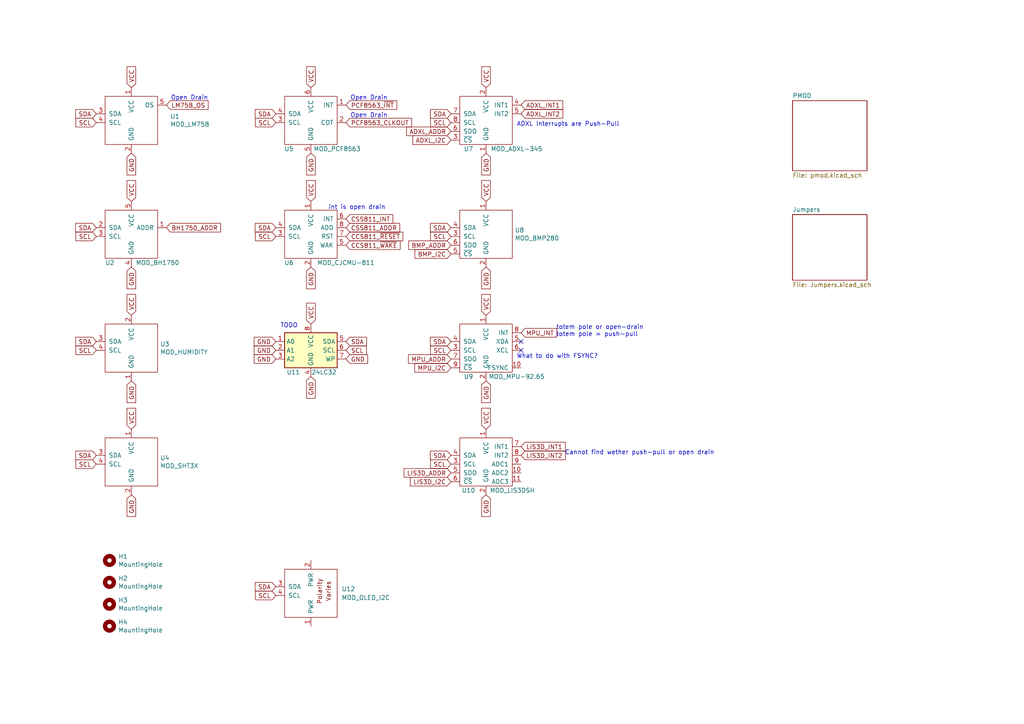
<source format=kicad_sch>
(kicad_sch (version 20211123) (generator eeschema)
  (paper "A4")
  (lib_symbols
    (symbol "AvS_Modules:MOD_ADXL-345" (pin_names (offset 1.016))
      (property "Reference" "U" (at -6.35 -8.89 0))
      (property "Value" "MOD_ADXL-345" (at 7.62 -8.89 0))
      (symbol "MOD_ADXL-345_0_1"
        (rectangle (start -7.62 6.35) (end 7.62 -7.62))
      )
      (symbol "MOD_ADXL-345_1_1"
        (pin power_in line (at 0 -10.16 90) (length 2.54) (name "GND") (number "1"))
        (pin power_in line (at 0 8.89 270) (length 2.54) (name "VCC") (number "2"))
        (pin bidirectional line (at -10.16 -6.35 0) (length 2.54) (name "~{CS}") (number "3"))
        (pin bidirectional line (at 10.16 3.81 180) (length 2.54) (name "INT1") (number "4"))
        (pin bidirectional line (at 10.16 1.27 180) (length 2.54) (name "INT2") (number "5"))
        (pin bidirectional line (at -10.16 -3.81 0) (length 2.54) (name "SDO") (number "6"))
        (pin bidirectional line (at -10.16 1.27 0) (length 2.54) (name "SDA") (number "7"))
        (pin bidirectional line (at -10.16 -1.27 0) (length 2.54) (name "SCL") (number "8"))
      )
    )
    (symbol "AvS_Modules:MOD_BH1750" (pin_names (offset 1.016))
      (property "Reference" "U" (at -6.35 -8.89 0))
      (property "Value" "MOD_BH1750" (at 7.62 -8.89 0))
      (symbol "MOD_BH1750_0_1"
        (rectangle (start -7.62 6.35) (end 7.62 -7.62))
      )
      (symbol "MOD_BH1750_1_1"
        (pin input line (at 10.16 1.27 180) (length 2.54) (name "ADDR") (number "1"))
        (pin bidirectional line (at -10.16 1.27 0) (length 2.54) (name "SDA") (number "2"))
        (pin bidirectional line (at -10.16 -1.27 0) (length 2.54) (name "SCL") (number "3"))
        (pin power_in line (at 0 -10.16 90) (length 2.54) (name "GND") (number "4"))
        (pin power_in line (at 0 8.89 270) (length 2.54) (name "VCC") (number "5"))
      )
    )
    (symbol "AvS_Modules:MOD_BMP280" (pin_names (offset 1.016))
      (property "Reference" "U" (at -6.35 -8.89 0))
      (property "Value" "MOD_BMP280" (at 7.62 -8.89 0))
      (symbol "MOD_BMP280_0_1"
        (rectangle (start -7.62 6.35) (end 7.62 -7.62))
      )
      (symbol "MOD_BMP280_1_1"
        (pin power_in line (at 0 8.89 270) (length 2.54) (name "VCC") (number "1"))
        (pin power_in line (at 0 -10.16 90) (length 2.54) (name "GND") (number "2"))
        (pin bidirectional line (at -10.16 -1.27 0) (length 2.54) (name "SCL") (number "3"))
        (pin bidirectional line (at -10.16 1.27 0) (length 2.54) (name "SDA") (number "4"))
        (pin input line (at -10.16 -6.35 0) (length 2.54) (name "~{CS}") (number "5"))
        (pin output line (at -10.16 -3.81 0) (length 2.54) (name "SDO") (number "6"))
      )
    )
    (symbol "AvS_Modules:MOD_CJCMU-811" (pin_names (offset 1.016))
      (property "Reference" "U" (at -6.35 -8.89 0))
      (property "Value" "MOD_CJCMU-811" (at 7.62 -8.89 0))
      (symbol "MOD_CJCMU-811_0_1"
        (rectangle (start -7.62 6.35) (end 7.62 -7.62))
      )
      (symbol "MOD_CJCMU-811_1_1"
        (pin power_in line (at 0 8.89 270) (length 2.54) (name "VCC") (number "1"))
        (pin power_in line (at 0 -10.16 90) (length 2.54) (name "GND") (number "2"))
        (pin bidirectional line (at -10.16 -1.27 0) (length 2.54) (name "SCL") (number "3"))
        (pin bidirectional line (at -10.16 1.27 0) (length 2.54) (name "SDA") (number "4"))
        (pin bidirectional line (at 10.16 -3.81 180) (length 2.54) (name "WAK") (number "5"))
        (pin bidirectional line (at 10.16 3.81 180) (length 2.54) (name "INT") (number "6"))
        (pin bidirectional line (at 10.16 -1.27 180) (length 2.54) (name "RST") (number "7"))
        (pin bidirectional line (at 10.16 1.27 180) (length 2.54) (name "ADD") (number "8"))
      )
    )
    (symbol "AvS_Modules:MOD_HUMIDITY" (pin_names (offset 1.016))
      (property "Reference" "U" (at -6.35 -8.89 0))
      (property "Value" "MOD_HUMIDITY" (at 7.62 -8.89 0))
      (symbol "MOD_HUMIDITY_0_1"
        (rectangle (start -7.62 6.35) (end 7.62 -7.62))
      )
      (symbol "MOD_HUMIDITY_1_1"
        (pin power_in line (at 0 -10.16 90) (length 2.54) (name "GND") (number "1"))
        (pin power_in line (at 0 8.89 270) (length 2.54) (name "VCC") (number "2"))
        (pin bidirectional line (at -10.16 1.27 0) (length 2.54) (name "SDA") (number "3"))
        (pin bidirectional line (at -10.16 -1.27 0) (length 2.54) (name "SCL") (number "4"))
      )
    )
    (symbol "AvS_Modules:MOD_LIS3DSH" (pin_names (offset 1.016))
      (property "Reference" "U" (at -6.35 -8.89 0))
      (property "Value" "MOD_LIS3DSH" (at 7.62 -8.89 0))
      (symbol "MOD_LIS3DSH_0_1"
        (rectangle (start -7.62 6.35) (end 7.62 -7.62))
      )
      (symbol "MOD_LIS3DSH_1_1"
        (pin power_in line (at 0 8.89 270) (length 2.54) (name "VCC") (number "1"))
        (pin bidirectional line (at 10.16 -3.81 180) (length 2.54) (name "ADC2") (number "10"))
        (pin bidirectional line (at 10.16 -6.35 180) (length 2.54) (name "ADC3") (number "11"))
        (pin power_in line (at 0 -10.16 90) (length 2.54) (name "GND") (number "2"))
        (pin bidirectional line (at -10.16 -1.27 0) (length 2.54) (name "SCL") (number "3"))
        (pin bidirectional line (at -10.16 1.27 0) (length 2.54) (name "SDA") (number "4"))
        (pin bidirectional line (at -10.16 -3.81 0) (length 2.54) (name "SDO") (number "5"))
        (pin bidirectional line (at -10.16 -6.35 0) (length 2.54) (name "~{CS}") (number "6"))
        (pin bidirectional line (at 10.16 3.81 180) (length 2.54) (name "INT1") (number "7"))
        (pin bidirectional line (at 10.16 1.27 180) (length 2.54) (name "INT2") (number "8"))
        (pin bidirectional line (at 10.16 -1.27 180) (length 2.54) (name "ADC1") (number "9"))
      )
    )
    (symbol "AvS_Modules:MOD_LM75B" (pin_names (offset 1.016))
      (property "Reference" "U" (at -6.35 -8.89 0))
      (property "Value" "MOD_LM75B" (at 7.62 -8.89 0))
      (symbol "MOD_LM75B_0_1"
        (rectangle (start -7.62 6.35) (end 7.62 -7.62))
      )
      (symbol "MOD_LM75B_1_1"
        (pin power_in line (at 0 8.89 270) (length 2.54) (name "VCC") (number "1"))
        (pin power_in line (at 0 -10.16 90) (length 2.54) (name "GND") (number "2"))
        (pin bidirectional line (at -10.16 1.27 0) (length 2.54) (name "SDA") (number "3"))
        (pin bidirectional line (at -10.16 -1.27 0) (length 2.54) (name "SCL") (number "4"))
        (pin bidirectional line (at 10.16 3.81 180) (length 2.54) (name "OS") (number "5"))
      )
    )
    (symbol "AvS_Modules:MOD_MPU-92.65" (pin_names (offset 1.016))
      (property "Reference" "U" (at -6.35 -8.89 0))
      (property "Value" "MOD_MPU-92.65" (at 7.62 -8.89 0))
      (symbol "MOD_MPU-92.65_0_1"
        (rectangle (start -7.62 6.35) (end 7.62 -7.62))
      )
      (symbol "MOD_MPU-92.65_1_1"
        (pin power_in line (at 0 8.89 270) (length 2.54) (name "VCC") (number "1"))
        (pin bidirectional line (at 10.16 -6.35 180) (length 2.54) (name "FSYNC") (number "10"))
        (pin power_in line (at 0 -10.16 90) (length 2.54) (name "GND") (number "2"))
        (pin bidirectional line (at -10.16 -1.27 0) (length 2.54) (name "SCL") (number "3"))
        (pin bidirectional line (at -10.16 1.27 0) (length 2.54) (name "SDA") (number "4"))
        (pin bidirectional line (at 10.16 1.27 180) (length 2.54) (name "XDA") (number "5"))
        (pin bidirectional line (at 10.16 -1.27 180) (length 2.54) (name "XCL") (number "6"))
        (pin bidirectional line (at -10.16 -3.81 0) (length 2.54) (name "SDO") (number "7"))
        (pin bidirectional line (at 10.16 3.81 180) (length 2.54) (name "INT") (number "8"))
        (pin bidirectional line (at -10.16 -6.35 0) (length 2.54) (name "~{CS}") (number "9"))
      )
    )
    (symbol "AvS_Modules:MOD_OLED_I2C" (pin_names (offset 1.016))
      (property "Reference" "U" (at -6.35 -8.89 0))
      (property "Value" "MOD_OLED_I2C" (at 7.62 -8.89 0))
      (symbol "MOD_OLED_I2C_0_0"
        (text "Polarity" (at 2.54 0 900) (effects (font (size 1.27 1.27))))
        (text "Varies" (at 5.08 0 900) (effects (font (size 1.27 1.27))))
      )
      (symbol "MOD_OLED_I2C_0_1"
        (rectangle (start -7.62 6.35) (end 7.62 -7.62))
      )
      (symbol "MOD_OLED_I2C_1_1"
        (pin power_in line (at 0 -10.16 90) (length 2.54) (name "PWR") (number "1"))
        (pin power_in line (at 0 8.89 270) (length 2.54) (name "PWR") (number "2"))
        (pin bidirectional line (at -10.16 1.27 0) (length 2.54) (name "SDA") (number "3"))
        (pin bidirectional line (at -10.16 -1.27 0) (length 2.54) (name "SCL") (number "4"))
      )
    )
    (symbol "AvS_Modules:MOD_PCF8563" (pin_names (offset 1.016))
      (property "Reference" "U" (at -6.35 -8.89 0))
      (property "Value" "MOD_PCF8563" (at 7.62 -8.89 0))
      (symbol "MOD_PCF8563_0_1"
        (rectangle (start -7.62 6.35) (end 7.62 -7.62))
      )
      (symbol "MOD_PCF8563_1_1"
        (pin output line (at 10.16 3.81 180) (length 2.54) (name "INT") (number "1"))
        (pin output line (at 10.16 -1.27 180) (length 2.54) (name "COT") (number "2"))
        (pin bidirectional line (at -10.16 -1.27 0) (length 2.54) (name "SCL") (number "3"))
        (pin bidirectional line (at -10.16 1.27 0) (length 2.54) (name "SDA") (number "4"))
        (pin power_in line (at 0 -10.16 90) (length 2.54) (name "GND") (number "5"))
        (pin power_in line (at 0 8.89 270) (length 2.54) (name "VCC") (number "6"))
      )
    )
    (symbol "AvS_Modules:MOD_SHT3X" (pin_names (offset 1.016))
      (property "Reference" "U" (at -6.35 -8.89 0))
      (property "Value" "MOD_SHT3X" (at 7.62 -8.89 0))
      (symbol "MOD_SHT3X_0_1"
        (rectangle (start -7.62 6.35) (end 7.62 -7.62))
      )
      (symbol "MOD_SHT3X_1_1"
        (pin power_in line (at 0 8.89 270) (length 2.54) (name "VCC") (number "1"))
        (pin power_in line (at 0 -10.16 90) (length 2.54) (name "GND") (number "2"))
        (pin bidirectional line (at -10.16 1.27 0) (length 2.54) (name "SDA") (number "3"))
        (pin bidirectional line (at -10.16 -1.27 0) (length 2.54) (name "SCL") (number "4"))
      )
    )
    (symbol "Mechanical:MountingHole" (pin_names (offset 1.016))
      (property "Reference" "H" (at 0 5.08 0))
      (property "Value" "MountingHole" (at 0 3.175 0))
      (symbol "MountingHole_0_1"
        (circle (center 0 0) (radius 1.27) (stroke (width 1.27)))
      )
    )
    (symbol "Memory_EEPROM:24LC32"
      (property "Reference" "U" (at -6.35 6.35 0))
      (property "Value" "24LC32" (at 1.27 6.35 0))
      (symbol "24LC32_1_1"
        (rectangle (start -7.62 5.08) (end 7.62 -5.08) (stroke (width 0.254)) (fill (type background)))
        (pin input line (at -10.16 2.54 0) (length 2.54) (name "A0") (number "1"))
        (pin input line (at -10.16 0 0) (length 2.54) (name "A1") (number "2"))
        (pin input line (at -10.16 -2.54 0) (length 2.54) (name "A2") (number "3"))
        (pin power_in line (at 0 -7.62 90) (length 2.54) (name "GND") (number "4"))
        (pin bidirectional line (at 10.16 2.54 180) (length 2.54) (name "SDA") (number "5"))
        (pin input line (at 10.16 0 180) (length 2.54) (name "SCL") (number "6"))
        (pin input line (at 10.16 -2.54 180) (length 2.54) (name "WP") (number "7"))
        (pin power_in line (at 0 7.62 270) (length 2.54) (name "VCC") (number "8"))
      )
    )
  )
  (no_connect (at 151.13 101.6))
  (no_connect (at 151.13 99.06))
  (text "What to do with FSYNC?" (at 149.86 104.14 0) (effects (font (size 1.27 1.27)) (justify left bottom)))
  (text "int is open drain\n" (at 95.25 60.96 0) (effects (font (size 1.27 1.27)) (justify left bottom)))
  (text "totem pole or open-drain\ntotem pole = push-pull\n" (at 161.29 97.79 0) (effects (font (size 1.27 1.27)) (justify left bottom)))
  (text "ADXL Interrupts are Push-Pull\n" (at 149.86 36.83 0) (effects (font (size 1.27 1.27)) (justify left bottom)))
  (text "Cannot find wether push-pull or open drain" (at 163.83 132.08 0) (effects (font (size 1.27 1.27)) (justify left bottom)))
  (text "Open Drain" (at 101.6 34.29 0) (effects (font (size 1.27 1.27)) (justify left bottom)))
  (text "TODO" (at 81.28 95.25 0) (effects (font (size 1.27 1.27)) (justify left bottom)))
  (text "Open Drain" (at 49.53 29.21 0) (effects (font (size 1.27 1.27)) (justify left bottom)))
  (text "Open Drain" (at 101.6 29.21 0) (effects (font (size 1.27 1.27)) (justify left bottom)))
  (global_label "SDA" (shape input) (at 80.01 33.02 180) (property "Intersheet-verwijzingen" "${INTERSHEET_REFS}" (effects hide)))
  (global_label "GND" (shape input) (at 38.1 77.47 270) (property "Intersheet-verwijzingen" "${INTERSHEET_REFS}" (effects hide)))
  (global_label "VCC" (shape input) (at 140.97 91.44 90) (property "Intersheet-verwijzingen" "${INTERSHEET_REFS}" (effects hide)))
  (global_label "SCL" (shape input) (at 80.01 172.72 180) (property "Intersheet-verwijzingen" "${INTERSHEET_REFS}" (effects hide)))
  (global_label "SDA" (shape input) (at 130.81 33.02 180) (property "Intersheet-verwijzingen" "${INTERSHEET_REFS}" (effects hide)))
  (global_label "SCL" (shape input) (at 27.94 68.58 180) (property "Intersheet-verwijzingen" "${INTERSHEET_REFS}" (effects hide)))
  (global_label "BH1750_ADDR" (shape input) (at 48.26 66.04 0) (property "Intersheet-verwijzingen" "${INTERSHEET_REFS}" (effects hide)))
  (global_label "LIS3D_INT2" (shape input) (at 151.13 132.08 0) (property "Intersheet-verwijzingen" "${INTERSHEET_REFS}" (effects hide)))
  (global_label "SDA" (shape input) (at 100.33 99.06 0) (property "Intersheet-verwijzingen" "${INTERSHEET_REFS}" (effects hide)))
  (global_label "SCL" (shape input) (at 80.01 35.56 180) (property "Intersheet-verwijzingen" "${INTERSHEET_REFS}" (effects hide)))
  (global_label "BMP_I2C" (shape input) (at 130.81 73.66 180) (property "Intersheet-verwijzingen" "${INTERSHEET_REFS}" (effects hide)))
  (global_label "PCF8563_CLKOUT" (shape input) (at 100.33 35.56 0) (property "Intersheet-verwijzingen" "${INTERSHEET_REFS}" (effects hide)))
  (global_label "SDA" (shape input) (at 130.81 99.06 180) (property "Intersheet-verwijzingen" "${INTERSHEET_REFS}" (effects hide)))
  (global_label "VCC" (shape input) (at 38.1 58.42 90) (property "Intersheet-verwijzingen" "${INTERSHEET_REFS}" (effects hide)))
  (global_label "VCC" (shape input) (at 90.17 93.98 90) (property "Intersheet-verwijzingen" "${INTERSHEET_REFS}" (effects hide)))
  (global_label "SCL" (shape input) (at 27.94 35.56 180) (property "Intersheet-verwijzingen" "${INTERSHEET_REFS}" (effects hide)))
  (global_label "BMP_ADDR" (shape input) (at 130.81 71.12 180) (property "Intersheet-verwijzingen" "${INTERSHEET_REFS}" (effects hide)))
  (global_label "SCL" (shape input) (at 130.81 35.56 180) (property "Intersheet-verwijzingen" "${INTERSHEET_REFS}" (effects hide)))
  (global_label "VCC" (shape input) (at 90.17 25.4 90) (property "Intersheet-verwijzingen" "${INTERSHEET_REFS}" (effects hide)))
  (global_label "GND" (shape input) (at 38.1 143.51 270) (property "Intersheet-verwijzingen" "${INTERSHEET_REFS}" (effects hide)))
  (global_label "LIS3D_INT1" (shape input) (at 151.13 129.54 0) (property "Intersheet-verwijzingen" "${INTERSHEET_REFS}" (effects hide)))
  (global_label "VCC" (shape input) (at 38.1 124.46 90) (property "Intersheet-verwijzingen" "${INTERSHEET_REFS}" (effects hide)))
  (global_label "LIS3D_ADDR" (shape input) (at 130.81 137.16 180) (property "Intersheet-verwijzingen" "${INTERSHEET_REFS}" (effects hide)))
  (global_label "MPU_ADDR" (shape input) (at 130.81 104.14 180) (property "Intersheet-verwijzingen" "${INTERSHEET_REFS}" (effects hide)))
  (global_label "SDA" (shape input) (at 80.01 66.04 180) (property "Intersheet-verwijzingen" "${INTERSHEET_REFS}" (effects hide)))
  (global_label "ADXL_ADDR" (shape input) (at 130.81 38.1 180) (property "Intersheet-verwijzingen" "${INTERSHEET_REFS}" (effects hide)))
  (global_label "ADXL_I2C" (shape input) (at 130.81 40.64 180) (property "Intersheet-verwijzingen" "${INTERSHEET_REFS}" (effects hide)))
  (global_label "VCC" (shape input) (at 140.97 124.46 90) (property "Intersheet-verwijzingen" "${INTERSHEET_REFS}" (effects hide)))
  (global_label "CSS811_ADDR" (shape input) (at 100.33 66.04 0) (property "Intersheet-verwijzingen" "${INTERSHEET_REFS}" (effects hide)))
  (global_label "GND" (shape input) (at 140.97 143.51 270) (property "Intersheet-verwijzingen" "${INTERSHEET_REFS}" (effects hide)))
  (global_label "SDA" (shape input) (at 130.81 66.04 180) (property "Intersheet-verwijzingen" "${INTERSHEET_REFS}" (effects hide)))
  (global_label "SCL" (shape input) (at 130.81 68.58 180) (property "Intersheet-verwijzingen" "${INTERSHEET_REFS}" (effects hide)))
  (global_label "SDA" (shape input) (at 27.94 99.06 180) (property "Intersheet-verwijzingen" "${INTERSHEET_REFS}" (effects hide)))
  (global_label "VCC" (shape input) (at 90.17 58.42 90) (property "Intersheet-verwijzingen" "${INTERSHEET_REFS}" (effects hide)))
  (global_label "GND" (shape input) (at 100.33 104.14 0) (property "Intersheet-verwijzingen" "${INTERSHEET_REFS}" (effects hide)))
  (global_label "CSS811_INT" (shape input) (at 100.33 63.5 0) (property "Intersheet-verwijzingen" "${INTERSHEET_REFS}" (effects hide)))
  (global_label "SDA" (shape input) (at 27.94 66.04 180) (property "Intersheet-verwijzingen" "${INTERSHEET_REFS}" (effects hide)))
  (global_label "GND" (shape input) (at 38.1 110.49 270) (property "Intersheet-verwijzingen" "${INTERSHEET_REFS}" (effects hide)))
  (global_label "GND" (shape input) (at 80.01 99.06 180) (property "Intersheet-verwijzingen" "${INTERSHEET_REFS}" (effects hide)))
  (global_label "CCS811_~{RESET}" (shape input) (at 100.33 68.58 0) (property "Intersheet-verwijzingen" "${INTERSHEET_REFS}" (effects hide)))
  (global_label "GND" (shape input) (at 140.97 44.45 270) (property "Intersheet-verwijzingen" "${INTERSHEET_REFS}" (effects hide)))
  (global_label "GND" (shape input) (at 90.17 44.45 270) (property "Intersheet-verwijzingen" "${INTERSHEET_REFS}" (effects hide)))
  (global_label "SCL" (shape input) (at 130.81 101.6 180) (property "Intersheet-verwijzingen" "${INTERSHEET_REFS}" (effects hide)))
  (global_label "SCL" (shape input) (at 80.01 68.58 180) (property "Intersheet-verwijzingen" "${INTERSHEET_REFS}" (effects hide)))
  (global_label "ADXL_INT2" (shape input) (at 151.13 33.02 0) (property "Intersheet-verwijzingen" "${INTERSHEET_REFS}" (effects hide)))
  (global_label "SCL" (shape input) (at 130.81 134.62 180) (property "Intersheet-verwijzingen" "${INTERSHEET_REFS}" (effects hide)))
  (global_label "GND" (shape input) (at 90.17 109.22 270) (property "Intersheet-verwijzingen" "${INTERSHEET_REFS}" (effects hide)))
  (global_label "VCC" (shape input) (at 38.1 91.44 90) (property "Intersheet-verwijzingen" "${INTERSHEET_REFS}" (effects hide)))
  (global_label "PCF8563_~{INT}" (shape input) (at 100.33 30.48 0) (property "Intersheet-verwijzingen" "${INTERSHEET_REFS}" (effects hide)))
  (global_label "SDA" (shape input) (at 27.94 33.02 180) (property "Intersheet-verwijzingen" "${INTERSHEET_REFS}" (effects hide)))
  (global_label "SCL" (shape input) (at 27.94 101.6 180) (property "Intersheet-verwijzingen" "${INTERSHEET_REFS}" (effects hide)))
  (global_label "GND" (shape input) (at 140.97 77.47 270) (property "Intersheet-verwijzingen" "${INTERSHEET_REFS}" (effects hide)))
  (global_label "VCC" (shape input) (at 140.97 58.42 90) (property "Intersheet-verwijzingen" "${INTERSHEET_REFS}" (effects hide)))
  (global_label "VCC" (shape input) (at 38.1 25.4 90) (property "Intersheet-verwijzingen" "${INTERSHEET_REFS}" (effects hide)))
  (global_label "LM75B_OS" (shape input) (at 48.26 30.48 0) (property "Intersheet-verwijzingen" "${INTERSHEET_REFS}" (effects hide)))
  (global_label "CCS811_~{WAKE}" (shape input) (at 100.33 71.12 0) (property "Intersheet-verwijzingen" "${INTERSHEET_REFS}" (effects hide)))
  (global_label "LIS3D_I2C" (shape input) (at 130.81 139.7 180) (property "Intersheet-verwijzingen" "${INTERSHEET_REFS}" (effects hide)))
  (global_label "GND" (shape input) (at 80.01 101.6 180) (property "Intersheet-verwijzingen" "${INTERSHEET_REFS}" (effects hide)))
  (global_label "SCL" (shape input) (at 100.33 101.6 0) (property "Intersheet-verwijzingen" "${INTERSHEET_REFS}" (effects hide)))
  (global_label "GND" (shape input) (at 90.17 77.47 270) (property "Intersheet-verwijzingen" "${INTERSHEET_REFS}" (effects hide)))
  (global_label "MPU_INT" (shape input) (at 151.13 96.52 0) (property "Intersheet-verwijzingen" "${INTERSHEET_REFS}" (effects hide)))
  (global_label "GND" (shape input) (at 38.1 44.45 270) (property "Intersheet-verwijzingen" "${INTERSHEET_REFS}" (effects hide)))
  (global_label "SDA" (shape input) (at 27.94 132.08 180) (property "Intersheet-verwijzingen" "${INTERSHEET_REFS}" (effects hide)))
  (global_label "SCL" (shape input) (at 27.94 134.62 180) (property "Intersheet-verwijzingen" "${INTERSHEET_REFS}" (effects hide)))
  (global_label "SDA" (shape input) (at 130.81 132.08 180) (property "Intersheet-verwijzingen" "${INTERSHEET_REFS}" (effects hide)))
  (global_label "SDA" (shape input) (at 80.01 170.18 180) (property "Intersheet-verwijzingen" "${INTERSHEET_REFS}" (effects hide)))
  (global_label "MPU_I2C" (shape input) (at 130.81 106.68 180) (property "Intersheet-verwijzingen" "${INTERSHEET_REFS}" (effects hide)))
  (global_label "GND" (shape input) (at 140.97 110.49 270) (property "Intersheet-verwijzingen" "${INTERSHEET_REFS}" (effects hide)))
  (global_label "GND" (shape input) (at 80.01 104.14 180) (property "Intersheet-verwijzingen" "${INTERSHEET_REFS}" (effects hide)))
  (global_label "ADXL_INT1" (shape input) (at 151.13 30.48 0) (property "Intersheet-verwijzingen" "${INTERSHEET_REFS}" (effects hide)))
  (global_label "VCC" (shape input) (at 140.97 25.4 90) (property "Intersheet-verwijzingen" "${INTERSHEET_REFS}" (effects hide)))
  (symbol (lib_id "AvS_Modules:MOD_ADXL-345") (at 140.97 34.29 0) (unit 1)
    (property "Reference" "U7" (at 135.89 43.18 0))
    (property "Value" "MOD_ADXL-345" (at 149.86 43.18 0))
    (property "Footprint" "AvS_Modules:MOD_ADXL-345" (effects hide))
  )
  (symbol (lib_id "AvS_Modules:MOD_BH1750") (at 38.1 67.31 0) (unit 1)
    (property "Reference" "U2" (at 30.48 76.2 0) (effects (justify left)))
    (property "Value" "MOD_BH1750" (at 39.37 76.2 0) (effects (justify left)))
    (property "Footprint" "AvS_Modules:MOD_BH1750" (effects hide))
  )
  (symbol (lib_id "AvS_Modules:MOD_BMP280") (at 140.97 67.31 0) (unit 1)
    (property "Reference" "U8" (at 149.3012 66.7766 0) (effects (justify left)))
    (property "Value" "MOD_BMP280" (at 149.3012 69.088 0) (effects (justify left)))
    (property "Footprint" "AvS_Modules:MOD_BMP280" (effects hide))
  )
  (symbol (lib_id "AvS_Modules:MOD_CJCMU-811") (at 90.17 67.31 0) (unit 1)
    (property "Reference" "U6" (at 83.82 76.2 0))
    (property "Value" "MOD_CJCMU-811" (at 100.33 76.2 0))
    (property "Footprint" "AvS_Modules:MOD_CJMCU-811" (effects hide))
  )
  (symbol (lib_id "AvS_Modules:MOD_HUMIDITY") (at 38.1 100.33 0) (unit 1)
    (property "Reference" "U3" (at 46.4312 99.7966 0) (effects (justify left)))
    (property "Value" "MOD_HUMIDITY" (at 46.4312 102.108 0) (effects (justify left)))
    (property "Footprint" "AvS_Modules:MOD_HUMIDITY" (effects hide))
  )
  (symbol (lib_id "AvS_Modules:MOD_LIS3DSH") (at 140.97 133.35 0) (unit 1)
    (property "Reference" "U10" (at 135.89 142.24 0))
    (property "Value" "MOD_LIS3DSH" (at 148.59 142.24 0))
    (property "Footprint" "AvS_Modules:MOD-LIS3DSH" (effects hide))
  )
  (symbol (lib_id "AvS_Modules:MOD_LM75B") (at 38.1 34.29 0) (unit 1)
    (property "Reference" "U1" (at 49.3776 33.7566 0) (effects (justify left)))
    (property "Value" "MOD_LM75B" (at 49.3776 36.068 0) (effects (justify left)))
    (property "Footprint" "AvS_Modules:MOD_LM75B" (effects hide))
  )
  (symbol (lib_id "AvS_Modules:MOD_MPU-92.65") (at 140.97 100.33 0) (unit 1)
    (property "Reference" "U9" (at 135.89 109.22 0))
    (property "Value" "MOD_MPU-92.65" (at 149.86 109.22 0))
    (property "Footprint" "AvS_Modules:MOD_MPU-92.65" (effects hide))
  )
  (symbol (lib_id "AvS_Modules:MOD_PCF8563") (at 90.17 34.29 0) (unit 1)
    (property "Reference" "U5" (at 83.82 43.18 0))
    (property "Value" "MOD_PCF8563" (at 97.79 43.18 0))
    (property "Footprint" "AvS_Modules:MOD_PCF8563" (effects hide))
  )
  (symbol (lib_id "AvS_Modules:MOD_SHT3X") (at 38.1 133.35 0) (unit 1)
    (property "Reference" "U4" (at 46.4312 132.8166 0) (effects (justify left)))
    (property "Value" "MOD_SHT3X" (at 46.4312 135.128 0) (effects (justify left)))
    (property "Footprint" "AvS_Modules:MOD_SHT3X" (effects hide))
  )
  (symbol (lib_id "Memory_EEPROM:24LC32") (at 90.17 101.6 0) (unit 1)
    (property "Reference" "U11" (at 85.09 107.95 0))
    (property "Value" "24LC32" (at 93.98 107.95 0))
    (property "Footprint" "Package_DIP:DIP-8_W7.62mm_Socket" (effects hide))
    (property "Datasheet" "http://ww1.microchip.com/downloads/en/DeviceDoc/21072G.pdf" (effects hide))
  )
  (symbol (lib_id "Mechanical:MountingHole") (at 31.75 181.61 0) (unit 1)
    (property "Reference" "H4" (at 34.29 180.4416 0) (effects (justify left)))
    (property "Value" "MountingHole" (at 34.29 182.753 0) (effects (justify left)))
    (property "Footprint" "MountingHole:MountingHole_3.2mm_M3_Pad_Via" (effects hide))
  )
  (symbol (lib_id "Mechanical:MountingHole") (at 31.75 175.26 0) (unit 1)
    (property "Reference" "H3" (at 34.29 174.0916 0) (effects (justify left)))
    (property "Value" "MountingHole" (at 34.29 176.403 0) (effects (justify left)))
    (property "Footprint" "MountingHole:MountingHole_3.2mm_M3_Pad_Via" (effects hide))
  )
  (symbol (lib_id "Mechanical:MountingHole") (at 31.75 168.91 0) (unit 1)
    (property "Reference" "H2" (at 34.29 167.7416 0) (effects (justify left)))
    (property "Value" "MountingHole" (at 34.29 170.053 0) (effects (justify left)))
    (property "Footprint" "MountingHole:MountingHole_3.2mm_M3_Pad_Via" (effects hide))
  )
  (symbol (lib_id "Mechanical:MountingHole") (at 31.75 162.56 0) (unit 1)
    (property "Reference" "H1" (at 34.29 161.3916 0) (effects (justify left)))
    (property "Value" "MountingHole" (at 34.29 163.703 0) (effects (justify left)))
    (property "Footprint" "MountingHole:MountingHole_3.2mm_M3_Pad_Via" (effects hide))
  )
  (symbol (lib_id "AvS_Modules:MOD_OLED_I2C") (at 90.17 171.45 0) (unit 1)
    (property "Reference" "U12" (at 99.06 170.8149 0) (effects (justify left)))
    (property "Value" "MOD_OLED_I2C" (at 99.06 173.3549 0) (effects (justify left)))
    (property "Footprint" "AvS_Modules:MOD_OLED_128x64_1.3" (effects hide))
  )
  (sheet (at 229.87 29.21) (size 21.59 20.32)
    (property "Sheet name" "PMOD" (at 229.87 28.4984 0) (effects (justify left bottom)))
    (property "Sheet file" "pmod.kicad_sch" (at 229.87 50.1146 0) (effects (justify left top)))
  )
  (sheet (at 229.87 62.23) (size 21.59 19.05)
    (property "Sheet name" "Jumpers" (at 229.87 61.5184 0) (effects (justify left bottom)))
    (property "Sheet file" "Jumpers.kicad_sch" (at 229.87 81.8646 0) (effects (justify left top)))
  )
)
</source>
